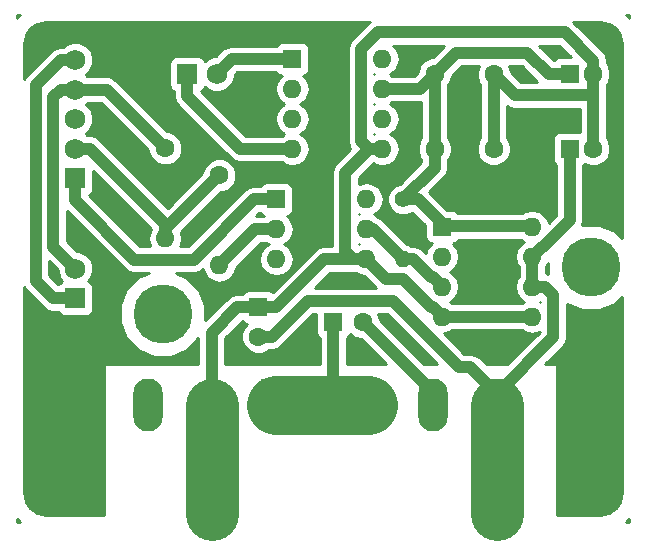
<source format=gbr>
G04 #@! TF.FileFunction,Copper,L2,Bot,Signal*
%FSLAX46Y46*%
G04 Gerber Fmt 4.6, Leading zero omitted, Abs format (unit mm)*
G04 Created by KiCad (PCBNEW 4.0.6) date 06/18/17 17:27:18*
%MOMM*%
%LPD*%
G01*
G04 APERTURE LIST*
%ADD10C,0.100000*%
%ADD11R,1.600000X1.600000*%
%ADD12O,1.600000X1.600000*%
%ADD13R,1.750000X1.750000*%
%ADD14C,1.750000*%
%ADD15C,1.600000*%
%ADD16C,5.000000*%
%ADD17R,2.500000X4.500000*%
%ADD18O,2.500000X4.500000*%
%ADD19C,1.400000*%
%ADD20O,1.400000X1.400000*%
%ADD21C,1.000000*%
%ADD22C,4.500000*%
%ADD23C,5.000000*%
%ADD24C,0.254000*%
G04 APERTURE END LIST*
D10*
D11*
X24715000Y41225000D03*
D12*
X32335000Y33605000D03*
X24715000Y38685000D03*
X32335000Y36145000D03*
X24715000Y36145000D03*
X32335000Y38685000D03*
X24715000Y33605000D03*
X32335000Y41225000D03*
D13*
X15825000Y39955000D03*
D14*
X18325000Y39955000D03*
D15*
X13970000Y33655000D03*
D12*
X13970000Y26035000D03*
D11*
X23368000Y29337000D03*
D12*
X30988000Y24257000D03*
X23368000Y26797000D03*
X30988000Y26797000D03*
X23368000Y24257000D03*
X30988000Y29337000D03*
D11*
X48210000Y39955000D03*
D15*
X50210000Y39955000D03*
D16*
X50000000Y23575000D03*
D13*
X6350000Y31115000D03*
D14*
X6350000Y33615000D03*
X6350000Y36115000D03*
X6350000Y38615000D03*
X6350000Y41115000D03*
D16*
X13730000Y19645000D03*
D15*
X36780000Y39955000D03*
X41780000Y39955000D03*
X36780000Y33605000D03*
X41780000Y33605000D03*
D11*
X48210000Y33605000D03*
D15*
X50210000Y33605000D03*
D11*
X21844000Y20193000D03*
D15*
X21844000Y17693000D03*
D11*
X28194000Y18923000D03*
D15*
X30694000Y18923000D03*
D17*
X23356000Y11895000D03*
D18*
X17906000Y11895000D03*
X12456000Y11895000D03*
D11*
X37400000Y27025000D03*
D12*
X45020000Y19405000D03*
X37400000Y24485000D03*
X45020000Y21945000D03*
X37400000Y21945000D03*
X45020000Y24485000D03*
X37400000Y19405000D03*
X45020000Y27025000D03*
D13*
X6350000Y20955000D03*
D14*
X6350000Y23455000D03*
D17*
X42040000Y11895000D03*
D18*
X36590000Y11895000D03*
X31140000Y11895000D03*
D15*
X18542000Y31369000D03*
D12*
X18542000Y23749000D03*
D19*
X34110000Y29345000D03*
D20*
X34110000Y24265000D03*
D21*
X37400000Y19405000D02*
X45020000Y19405000D01*
X30988000Y24257000D02*
X32680001Y22564999D01*
X32680001Y22564999D02*
X34115999Y22564999D01*
X34115999Y22564999D02*
X36475999Y20204999D01*
X36475999Y20204999D02*
X36600001Y20204999D01*
X36600001Y20204999D02*
X37400000Y19405000D01*
D22*
X17906000Y11895000D02*
X17906000Y2675000D01*
D21*
X27418036Y24257000D02*
X29856630Y24257000D01*
X23354036Y20193000D02*
X27418036Y24257000D01*
X21844000Y20193000D02*
X23354036Y20193000D01*
X17906000Y11895000D02*
X17906000Y18055000D01*
X17906000Y18055000D02*
X20044000Y20193000D01*
X20044000Y20193000D02*
X21844000Y20193000D01*
X32335000Y33605000D02*
X31203630Y33605000D01*
X31203630Y33605000D02*
X29187999Y31589369D01*
X29856630Y24257000D02*
X30988000Y24257000D01*
X29187999Y31589369D02*
X29187999Y24925631D01*
X29187999Y24925631D02*
X29856630Y24257000D01*
X43580001Y38154999D02*
X49220000Y38154999D01*
X49220000Y38154999D02*
X50119999Y38154999D01*
X50210000Y39955000D02*
X50210000Y38245000D01*
X50210000Y38245000D02*
X50210000Y33605000D01*
X41780000Y39955000D02*
X43580001Y38154999D01*
X50119999Y38154999D02*
X50210000Y38245000D01*
X41780000Y39955000D02*
X41780000Y33605000D01*
X47801370Y43495000D02*
X31940998Y43495000D01*
X31940998Y43495000D02*
X30534999Y42089001D01*
X30534999Y42089001D02*
X30534999Y34273631D01*
X30534999Y34273631D02*
X31203630Y33605000D01*
X50210000Y39955000D02*
X50210000Y41086370D01*
X50210000Y41086370D02*
X47801370Y43495000D01*
X50210000Y38823630D02*
X50210000Y39955000D01*
X50210000Y38554998D02*
X50210000Y38823630D01*
X50210000Y34736370D02*
X50210000Y33605000D01*
X50210000Y35005002D02*
X50210000Y34736370D01*
X13970000Y26035000D02*
X13970000Y26797000D01*
X13970000Y26797000D02*
X18542000Y31369000D01*
X6350000Y33615000D02*
X7587436Y33615000D01*
X7587436Y33615000D02*
X13970000Y27232436D01*
X13970000Y27232436D02*
X13970000Y27166370D01*
X13970000Y27166370D02*
X13970000Y26035000D01*
X15825000Y39955000D02*
X15825000Y38080000D01*
X15825000Y38080000D02*
X20300000Y33605000D01*
X20300000Y33605000D02*
X23583630Y33605000D01*
X23583630Y33605000D02*
X24715000Y33605000D01*
X37630000Y27055000D02*
X45250000Y27055000D01*
X34110000Y29345000D02*
X35340000Y29345000D01*
X35340000Y29345000D02*
X37630000Y27055000D01*
X36780000Y33605000D02*
X36780000Y32015000D01*
X36780000Y32015000D02*
X34110000Y29345000D01*
X36780000Y39955000D02*
X36780000Y33605000D01*
X36780000Y39955000D02*
X38580001Y41755001D01*
X46410000Y39955000D02*
X48210000Y39955000D01*
X38580001Y41755001D02*
X44609999Y41755001D01*
X44609999Y41755001D02*
X46410000Y39955000D01*
X36780000Y39955000D02*
X35510000Y38685000D01*
X35510000Y38685000D02*
X32335000Y38685000D01*
X48210000Y33605000D02*
X48210000Y27550998D01*
X48210000Y27550998D02*
X45944001Y25284999D01*
X45944001Y25284999D02*
X45819999Y25284999D01*
X45819999Y25284999D02*
X45020000Y24485000D01*
X45020000Y21945000D02*
X46151370Y21945000D01*
X46820001Y17675001D02*
X42040000Y12895000D01*
X46151370Y21945000D02*
X46820001Y21276369D01*
X46820001Y21276369D02*
X46820001Y17675001D01*
X42040000Y12895000D02*
X42040000Y11895000D01*
X45020000Y24485000D02*
X45020000Y21945000D01*
X33211999Y20723001D02*
X38790000Y15145000D01*
X38790000Y15145000D02*
X39790000Y15145000D01*
X39790000Y15145000D02*
X42040000Y12895000D01*
X26005371Y20723001D02*
X33211999Y20723001D01*
D22*
X42040000Y11895000D02*
X42040000Y2675000D01*
D21*
X21844000Y17693000D02*
X22975370Y17693000D01*
X22975370Y17693000D02*
X26005371Y20723001D01*
X34110000Y24265000D02*
X34955998Y24265000D01*
X34955998Y24265000D02*
X36475999Y22744999D01*
X36475999Y22744999D02*
X36600001Y22744999D01*
X36600001Y22744999D02*
X37400000Y21945000D01*
X30988000Y26797000D02*
X31578000Y26797000D01*
X31578000Y26797000D02*
X34110000Y24265000D01*
X2974988Y38977424D02*
X5112564Y41115000D01*
X6350000Y20955000D02*
X4474999Y20955001D01*
X4474999Y20955001D02*
X2974988Y22455012D01*
X2974988Y22455012D02*
X2974988Y38977424D01*
X5112564Y41115000D02*
X6350000Y41115000D01*
X4474999Y25330001D02*
X4474999Y37977435D01*
X5112564Y38615000D02*
X6350000Y38615000D01*
X6350000Y23455000D02*
X4474999Y25330001D01*
X4474999Y37977435D02*
X5112564Y38615000D01*
X13970000Y33655000D02*
X9010000Y38615000D01*
X9010000Y38615000D02*
X6350000Y38615000D01*
X6350000Y31115000D02*
X6350000Y29240000D01*
X6350000Y29240000D02*
X11355001Y24234999D01*
X11355001Y24234999D02*
X16363997Y24234999D01*
X21465998Y29337000D02*
X21568000Y29337000D01*
X16363997Y24234999D02*
X21465998Y29337000D01*
X21568000Y29337000D02*
X23368000Y29337000D01*
X18542000Y23749000D02*
X21590000Y26797000D01*
X21590000Y26797000D02*
X23368000Y26797000D01*
X18325000Y39955000D02*
X19595000Y41225000D01*
X19595000Y41225000D02*
X24715000Y41225000D01*
X28194000Y18923000D02*
X28194000Y13719000D01*
X28194000Y13719000D02*
X26370000Y11895000D01*
D23*
X23356000Y11895000D02*
X26370000Y11895000D01*
X26370000Y11895000D02*
X31140000Y11895000D01*
D21*
X36590000Y11895000D02*
X36590000Y13027000D01*
X36590000Y13027000D02*
X30694000Y18923000D01*
D24*
G36*
X53213000Y2032000D02*
X52950687Y2032000D01*
X52990506Y2058606D01*
X53186394Y2254494D01*
X53213000Y2294313D01*
X53213000Y2032000D01*
X53213000Y2032000D01*
G37*
X53213000Y2032000D02*
X52950687Y2032000D01*
X52990506Y2058606D01*
X53186394Y2254494D01*
X53213000Y2294313D01*
X53213000Y2032000D01*
G36*
X1423606Y2254494D02*
X1619494Y2058606D01*
X1659313Y2032000D01*
X1397000Y2032000D01*
X1397000Y2294313D01*
X1423606Y2254494D01*
X1423606Y2254494D01*
G37*
X1423606Y2254494D02*
X1619494Y2058606D01*
X1659313Y2032000D01*
X1397000Y2032000D01*
X1397000Y2294313D01*
X1423606Y2254494D01*
G36*
X10552435Y23432433D02*
X10920655Y23186396D01*
X11355001Y23099999D01*
X12593916Y23099999D01*
X11678154Y22721614D01*
X10656972Y21702213D01*
X10103631Y20369620D01*
X10102372Y18926710D01*
X10653386Y17593154D01*
X11672787Y16571972D01*
X13005380Y16018631D01*
X14448290Y16017372D01*
X15781846Y16568386D01*
X16771000Y17555815D01*
X16771000Y15367000D01*
X8890000Y15367000D01*
X8840590Y15356994D01*
X8798965Y15328553D01*
X8771685Y15286159D01*
X8763000Y15240000D01*
X8763000Y2615000D01*
X3879931Y2615000D01*
X3115011Y2767152D01*
X2525830Y3160830D01*
X2132152Y3750011D01*
X1980000Y4514931D01*
X1980000Y21940426D01*
X2142755Y21696846D01*
X2172422Y21652446D01*
X3672433Y20152435D01*
X4040652Y19906398D01*
X4474998Y19820001D01*
X4887721Y19820001D01*
X5010910Y19628559D01*
X5223110Y19483569D01*
X5475000Y19432560D01*
X7225000Y19432560D01*
X7460317Y19476838D01*
X7676441Y19615910D01*
X7821431Y19828110D01*
X7872440Y20080000D01*
X7872440Y21830000D01*
X7828162Y22065317D01*
X7689090Y22281441D01*
X7476890Y22426431D01*
X7460324Y22429786D01*
X7629370Y22598537D01*
X7859738Y23153325D01*
X7860262Y23754040D01*
X7630862Y24309229D01*
X7206463Y24734370D01*
X6651675Y24964738D01*
X6445214Y24964918D01*
X5609999Y25800133D01*
X5609999Y28374869D01*
X10552435Y23432433D01*
X10552435Y23432433D01*
G37*
X10552435Y23432433D02*
X10920655Y23186396D01*
X11355001Y23099999D01*
X12593916Y23099999D01*
X11678154Y22721614D01*
X10656972Y21702213D01*
X10103631Y20369620D01*
X10102372Y18926710D01*
X10653386Y17593154D01*
X11672787Y16571972D01*
X13005380Y16018631D01*
X14448290Y16017372D01*
X15781846Y16568386D01*
X16771000Y17555815D01*
X16771000Y15367000D01*
X8890000Y15367000D01*
X8840590Y15356994D01*
X8798965Y15328553D01*
X8771685Y15286159D01*
X8763000Y15240000D01*
X8763000Y2615000D01*
X3879931Y2615000D01*
X3115011Y2767152D01*
X2525830Y3160830D01*
X2132152Y3750011D01*
X1980000Y4514931D01*
X1980000Y21940426D01*
X2142755Y21696846D01*
X2172422Y21652446D01*
X3672433Y20152435D01*
X4040652Y19906398D01*
X4474998Y19820001D01*
X4887721Y19820001D01*
X5010910Y19628559D01*
X5223110Y19483569D01*
X5475000Y19432560D01*
X7225000Y19432560D01*
X7460317Y19476838D01*
X7676441Y19615910D01*
X7821431Y19828110D01*
X7872440Y20080000D01*
X7872440Y21830000D01*
X7828162Y22065317D01*
X7689090Y22281441D01*
X7476890Y22426431D01*
X7460324Y22429786D01*
X7629370Y22598537D01*
X7859738Y23153325D01*
X7860262Y23754040D01*
X7630862Y24309229D01*
X7206463Y24734370D01*
X6651675Y24964738D01*
X6445214Y24964918D01*
X5609999Y25800133D01*
X5609999Y28374869D01*
X10552435Y23432433D01*
G36*
X52630000Y4514931D02*
X52477848Y3750011D01*
X52084170Y3160830D01*
X51494989Y2767152D01*
X50730069Y2615000D01*
X47117000Y2615000D01*
X47117000Y15240000D01*
X47106994Y15289410D01*
X47078553Y15331035D01*
X47036159Y15358315D01*
X46990000Y15367000D01*
X46117132Y15367000D01*
X47622567Y16872435D01*
X47698740Y16986436D01*
X47868604Y17240655D01*
X47955001Y17675001D01*
X47955001Y20496900D01*
X49275380Y19948631D01*
X50718290Y19947372D01*
X52051846Y20498386D01*
X52630000Y21075532D01*
X52630000Y4514931D01*
X52630000Y4514931D01*
G37*
X52630000Y4514931D02*
X52477848Y3750011D01*
X52084170Y3160830D01*
X51494989Y2767152D01*
X50730069Y2615000D01*
X47117000Y2615000D01*
X47117000Y15240000D01*
X47106994Y15289410D01*
X47078553Y15331035D01*
X47036159Y15358315D01*
X46990000Y15367000D01*
X46117132Y15367000D01*
X47622567Y16872435D01*
X47698740Y16986436D01*
X47868604Y17240655D01*
X47955001Y17675001D01*
X47955001Y20496900D01*
X49275380Y19948631D01*
X50718290Y19947372D01*
X52051846Y20498386D01*
X52630000Y21075532D01*
X52630000Y4514931D01*
G36*
X26746560Y18123000D02*
X26790838Y17887683D01*
X26929910Y17671559D01*
X27059000Y17583356D01*
X27059000Y15367000D01*
X19041000Y15367000D01*
X19041000Y17584868D01*
X20508565Y19052433D01*
X20579910Y18941559D01*
X20792110Y18796569D01*
X20897041Y18775320D01*
X20628176Y18506923D01*
X20409250Y17979691D01*
X20408752Y17408813D01*
X20626757Y16881200D01*
X21030077Y16477176D01*
X21557309Y16258250D01*
X22128187Y16257752D01*
X22655800Y16475757D01*
X22738187Y16558000D01*
X22975370Y16558000D01*
X23409716Y16644397D01*
X23777936Y16890434D01*
X26475504Y19588001D01*
X26746560Y19588001D01*
X26746560Y18123000D01*
X26746560Y18123000D01*
G37*
X26746560Y18123000D02*
X26790838Y17887683D01*
X26929910Y17671559D01*
X27059000Y17583356D01*
X27059000Y15367000D01*
X19041000Y15367000D01*
X19041000Y17584868D01*
X20508565Y19052433D01*
X20579910Y18941559D01*
X20792110Y18796569D01*
X20897041Y18775320D01*
X20628176Y18506923D01*
X20409250Y17979691D01*
X20408752Y17408813D01*
X20626757Y16881200D01*
X21030077Y16477176D01*
X21557309Y16258250D01*
X22128187Y16257752D01*
X22655800Y16475757D01*
X22738187Y16558000D01*
X22975370Y16558000D01*
X23409716Y16644397D01*
X23777936Y16890434D01*
X26475504Y19588001D01*
X26746560Y19588001D01*
X26746560Y18123000D01*
G36*
X29880077Y17707176D02*
X30407309Y17488250D01*
X30523720Y17488148D01*
X32644868Y15367000D01*
X29329000Y15367000D01*
X29329000Y17583982D01*
X29445441Y17658910D01*
X29590431Y17871110D01*
X29611680Y17976041D01*
X29880077Y17707176D01*
X29880077Y17707176D01*
G37*
X29880077Y17707176D02*
X30407309Y17488250D01*
X30523720Y17488148D01*
X32644868Y15367000D01*
X29329000Y15367000D01*
X29329000Y17583982D01*
X29445441Y17658910D01*
X29590431Y17871110D01*
X29611680Y17976041D01*
X29880077Y17707176D01*
G36*
X36962868Y15367000D02*
X35855132Y15367000D01*
X32129148Y19092984D01*
X32129248Y19207187D01*
X31971899Y19588001D01*
X32741867Y19588001D01*
X36962868Y15367000D01*
X36962868Y15367000D01*
G37*
X36962868Y15367000D02*
X35855132Y15367000D01*
X32129148Y19092984D01*
X32129248Y19207187D01*
X31971899Y19588001D01*
X32741867Y19588001D01*
X36962868Y15367000D01*
G36*
X44442736Y18079233D02*
X44991887Y17970000D01*
X45048113Y17970000D01*
X45597264Y18079233D01*
X45663074Y18123206D01*
X42906868Y15367000D01*
X41173133Y15367000D01*
X40592566Y15947566D01*
X40486210Y16018631D01*
X40224346Y16193603D01*
X39790000Y16280000D01*
X39260132Y16280000D01*
X37546570Y17993562D01*
X37977264Y18079233D01*
X38262767Y18270000D01*
X44157233Y18270000D01*
X44442736Y18079233D01*
X44442736Y18079233D01*
G37*
X44442736Y18079233D02*
X44991887Y17970000D01*
X45048113Y17970000D01*
X45597264Y18079233D01*
X45663074Y18123206D01*
X42906868Y15367000D01*
X41173133Y15367000D01*
X40592566Y15947566D01*
X40486210Y16018631D01*
X40224346Y16193603D01*
X39790000Y16280000D01*
X39260132Y16280000D01*
X37546570Y17993562D01*
X37977264Y18079233D01*
X38262767Y18270000D01*
X44157233Y18270000D01*
X44442736Y18079233D01*
G36*
X31138432Y44297566D02*
X29732433Y42891567D01*
X29486396Y42523347D01*
X29399999Y42089001D01*
X29399999Y34273631D01*
X29486396Y33839285D01*
X29625139Y33631641D01*
X28385433Y32391935D01*
X28139396Y32023715D01*
X28052999Y31589369D01*
X28052999Y25392000D01*
X27418036Y25392000D01*
X26983690Y25305603D01*
X26680294Y25102880D01*
X26615470Y25059566D01*
X23044081Y21488177D01*
X22895890Y21589431D01*
X22644000Y21640440D01*
X21044000Y21640440D01*
X20808683Y21596162D01*
X20592559Y21457090D01*
X20504356Y21328000D01*
X20044000Y21328000D01*
X19609655Y21241604D01*
X19241434Y20995566D01*
X17356535Y19110667D01*
X17357628Y20363290D01*
X16806614Y21696846D01*
X15787213Y22718028D01*
X14867325Y23099999D01*
X16363997Y23099999D01*
X16798343Y23186396D01*
X17164634Y23431144D01*
X17216233Y23171736D01*
X17527302Y22706189D01*
X17992849Y22395120D01*
X18542000Y22285887D01*
X19091151Y22395120D01*
X19556698Y22706189D01*
X19867767Y23171736D01*
X19941736Y23543604D01*
X22060132Y25662000D01*
X22505233Y25662000D01*
X22707275Y25527000D01*
X22325189Y25271698D01*
X22014120Y24806151D01*
X21904887Y24257000D01*
X22014120Y23707849D01*
X22325189Y23242302D01*
X22790736Y22931233D01*
X23339887Y22822000D01*
X23396113Y22822000D01*
X23945264Y22931233D01*
X24410811Y23242302D01*
X24721880Y23707849D01*
X24831113Y24257000D01*
X24721880Y24806151D01*
X24410811Y25271698D01*
X24028725Y25527000D01*
X24410811Y25782302D01*
X24721880Y26247849D01*
X24831113Y26797000D01*
X24721880Y27346151D01*
X24410811Y27811698D01*
X24266535Y27908101D01*
X24403317Y27933838D01*
X24619441Y28072910D01*
X24764431Y28285110D01*
X24815440Y28537000D01*
X24815440Y30137000D01*
X24771162Y30372317D01*
X24632090Y30588441D01*
X24419890Y30733431D01*
X24168000Y30784440D01*
X22568000Y30784440D01*
X22332683Y30740162D01*
X22116559Y30601090D01*
X22028356Y30472000D01*
X21465998Y30472000D01*
X21031652Y30385603D01*
X20813742Y30240000D01*
X20663432Y30139566D01*
X15893865Y25369999D01*
X15237143Y25369999D01*
X15295767Y25457736D01*
X15405000Y26006887D01*
X15405000Y26063113D01*
X15311467Y26533335D01*
X18711984Y29933852D01*
X18826187Y29933752D01*
X19353800Y30151757D01*
X19757824Y30555077D01*
X19976750Y31082309D01*
X19977248Y31653187D01*
X19759243Y32180800D01*
X19355923Y32584824D01*
X18828691Y32803750D01*
X18257813Y32804248D01*
X17730200Y32586243D01*
X17326176Y32182923D01*
X17107250Y31655691D01*
X17107148Y31539280D01*
X14187718Y28619850D01*
X8390002Y34417566D01*
X8312683Y34469229D01*
X8021782Y34663603D01*
X7587436Y34750000D01*
X7350581Y34750000D01*
X7235464Y34865318D01*
X7629370Y35258537D01*
X7859738Y35813325D01*
X7860262Y36414040D01*
X7630862Y36969229D01*
X7235464Y37365318D01*
X7350346Y37480000D01*
X8539868Y37480000D01*
X12534852Y33485016D01*
X12534752Y33370813D01*
X12752757Y32843200D01*
X13156077Y32439176D01*
X13683309Y32220250D01*
X14254187Y32219752D01*
X14781800Y32437757D01*
X15185824Y32841077D01*
X15404750Y33368309D01*
X15405248Y33939187D01*
X15187243Y34466800D01*
X14783923Y34870824D01*
X14256691Y35089750D01*
X14140280Y35089852D01*
X9812566Y39417566D01*
X9735247Y39469229D01*
X9444346Y39663603D01*
X9010000Y39750000D01*
X7350581Y39750000D01*
X7235464Y39865318D01*
X7629370Y40258537D01*
X7859738Y40813325D01*
X7859752Y40830000D01*
X14302560Y40830000D01*
X14302560Y39080000D01*
X14346838Y38844683D01*
X14485910Y38628559D01*
X14690000Y38489110D01*
X14690000Y38080000D01*
X14776397Y37645654D01*
X15011976Y37293086D01*
X15022434Y37277434D01*
X19497434Y32802434D01*
X19865655Y32556396D01*
X20300000Y32470000D01*
X23852233Y32470000D01*
X24137736Y32279233D01*
X24686887Y32170000D01*
X24743113Y32170000D01*
X25292264Y32279233D01*
X25757811Y32590302D01*
X26068880Y33055849D01*
X26178113Y33605000D01*
X26068880Y34154151D01*
X25757811Y34619698D01*
X25375725Y34875000D01*
X25507080Y34962769D01*
X25570134Y34992611D01*
X25598338Y35023745D01*
X25757811Y35130302D01*
X25934758Y35395122D01*
X25946041Y35407577D01*
X25950869Y35419233D01*
X26068880Y35595849D01*
X26178113Y36145000D01*
X26068880Y36694151D01*
X25950869Y36870767D01*
X25946041Y36882423D01*
X25934758Y36894878D01*
X25757811Y37159698D01*
X25598338Y37266255D01*
X25570134Y37297389D01*
X25507080Y37327231D01*
X25375725Y37415000D01*
X25507080Y37502769D01*
X25570134Y37532611D01*
X25598338Y37563745D01*
X25757811Y37670302D01*
X25934758Y37935122D01*
X25946041Y37947577D01*
X25950869Y37959233D01*
X26068880Y38135849D01*
X26178113Y38685000D01*
X26068880Y39234151D01*
X25950869Y39410767D01*
X25946041Y39422423D01*
X25934758Y39434878D01*
X25757811Y39699698D01*
X25613535Y39796101D01*
X25750317Y39821838D01*
X25966441Y39960910D01*
X26111431Y40173110D01*
X26162440Y40425000D01*
X26162440Y42025000D01*
X26118162Y42260317D01*
X25979090Y42476441D01*
X25766890Y42621431D01*
X25515000Y42672440D01*
X23915000Y42672440D01*
X23679683Y42628162D01*
X23463559Y42489090D01*
X23375356Y42360000D01*
X19595000Y42360000D01*
X19160654Y42273603D01*
X19034555Y42189346D01*
X18792434Y42027566D01*
X18229952Y41465084D01*
X18025960Y41465262D01*
X17470771Y41235862D01*
X17301897Y41067283D01*
X17164090Y41281441D01*
X16951890Y41426431D01*
X16700000Y41477440D01*
X14950000Y41477440D01*
X14714683Y41433162D01*
X14498559Y41294090D01*
X14353569Y41081890D01*
X14302560Y40830000D01*
X7859752Y40830000D01*
X7860262Y41414040D01*
X7630862Y41969229D01*
X7206463Y42394370D01*
X6651675Y42624738D01*
X6050960Y42625262D01*
X5495771Y42395862D01*
X5349654Y42250000D01*
X5112564Y42250000D01*
X4678218Y42163603D01*
X4387317Y41969229D01*
X4309998Y41917566D01*
X2172422Y39779990D01*
X1980000Y39492010D01*
X1980000Y42475069D01*
X2132152Y43239989D01*
X2525830Y43829170D01*
X3115011Y44222848D01*
X3879931Y44375000D01*
X31254320Y44375000D01*
X31138432Y44297566D01*
X31138432Y44297566D01*
G37*
X31138432Y44297566D02*
X29732433Y42891567D01*
X29486396Y42523347D01*
X29399999Y42089001D01*
X29399999Y34273631D01*
X29486396Y33839285D01*
X29625139Y33631641D01*
X28385433Y32391935D01*
X28139396Y32023715D01*
X28052999Y31589369D01*
X28052999Y25392000D01*
X27418036Y25392000D01*
X26983690Y25305603D01*
X26680294Y25102880D01*
X26615470Y25059566D01*
X23044081Y21488177D01*
X22895890Y21589431D01*
X22644000Y21640440D01*
X21044000Y21640440D01*
X20808683Y21596162D01*
X20592559Y21457090D01*
X20504356Y21328000D01*
X20044000Y21328000D01*
X19609655Y21241604D01*
X19241434Y20995566D01*
X17356535Y19110667D01*
X17357628Y20363290D01*
X16806614Y21696846D01*
X15787213Y22718028D01*
X14867325Y23099999D01*
X16363997Y23099999D01*
X16798343Y23186396D01*
X17164634Y23431144D01*
X17216233Y23171736D01*
X17527302Y22706189D01*
X17992849Y22395120D01*
X18542000Y22285887D01*
X19091151Y22395120D01*
X19556698Y22706189D01*
X19867767Y23171736D01*
X19941736Y23543604D01*
X22060132Y25662000D01*
X22505233Y25662000D01*
X22707275Y25527000D01*
X22325189Y25271698D01*
X22014120Y24806151D01*
X21904887Y24257000D01*
X22014120Y23707849D01*
X22325189Y23242302D01*
X22790736Y22931233D01*
X23339887Y22822000D01*
X23396113Y22822000D01*
X23945264Y22931233D01*
X24410811Y23242302D01*
X24721880Y23707849D01*
X24831113Y24257000D01*
X24721880Y24806151D01*
X24410811Y25271698D01*
X24028725Y25527000D01*
X24410811Y25782302D01*
X24721880Y26247849D01*
X24831113Y26797000D01*
X24721880Y27346151D01*
X24410811Y27811698D01*
X24266535Y27908101D01*
X24403317Y27933838D01*
X24619441Y28072910D01*
X24764431Y28285110D01*
X24815440Y28537000D01*
X24815440Y30137000D01*
X24771162Y30372317D01*
X24632090Y30588441D01*
X24419890Y30733431D01*
X24168000Y30784440D01*
X22568000Y30784440D01*
X22332683Y30740162D01*
X22116559Y30601090D01*
X22028356Y30472000D01*
X21465998Y30472000D01*
X21031652Y30385603D01*
X20813742Y30240000D01*
X20663432Y30139566D01*
X15893865Y25369999D01*
X15237143Y25369999D01*
X15295767Y25457736D01*
X15405000Y26006887D01*
X15405000Y26063113D01*
X15311467Y26533335D01*
X18711984Y29933852D01*
X18826187Y29933752D01*
X19353800Y30151757D01*
X19757824Y30555077D01*
X19976750Y31082309D01*
X19977248Y31653187D01*
X19759243Y32180800D01*
X19355923Y32584824D01*
X18828691Y32803750D01*
X18257813Y32804248D01*
X17730200Y32586243D01*
X17326176Y32182923D01*
X17107250Y31655691D01*
X17107148Y31539280D01*
X14187718Y28619850D01*
X8390002Y34417566D01*
X8312683Y34469229D01*
X8021782Y34663603D01*
X7587436Y34750000D01*
X7350581Y34750000D01*
X7235464Y34865318D01*
X7629370Y35258537D01*
X7859738Y35813325D01*
X7860262Y36414040D01*
X7630862Y36969229D01*
X7235464Y37365318D01*
X7350346Y37480000D01*
X8539868Y37480000D01*
X12534852Y33485016D01*
X12534752Y33370813D01*
X12752757Y32843200D01*
X13156077Y32439176D01*
X13683309Y32220250D01*
X14254187Y32219752D01*
X14781800Y32437757D01*
X15185824Y32841077D01*
X15404750Y33368309D01*
X15405248Y33939187D01*
X15187243Y34466800D01*
X14783923Y34870824D01*
X14256691Y35089750D01*
X14140280Y35089852D01*
X9812566Y39417566D01*
X9735247Y39469229D01*
X9444346Y39663603D01*
X9010000Y39750000D01*
X7350581Y39750000D01*
X7235464Y39865318D01*
X7629370Y40258537D01*
X7859738Y40813325D01*
X7859752Y40830000D01*
X14302560Y40830000D01*
X14302560Y39080000D01*
X14346838Y38844683D01*
X14485910Y38628559D01*
X14690000Y38489110D01*
X14690000Y38080000D01*
X14776397Y37645654D01*
X15011976Y37293086D01*
X15022434Y37277434D01*
X19497434Y32802434D01*
X19865655Y32556396D01*
X20300000Y32470000D01*
X23852233Y32470000D01*
X24137736Y32279233D01*
X24686887Y32170000D01*
X24743113Y32170000D01*
X25292264Y32279233D01*
X25757811Y32590302D01*
X26068880Y33055849D01*
X26178113Y33605000D01*
X26068880Y34154151D01*
X25757811Y34619698D01*
X25375725Y34875000D01*
X25507080Y34962769D01*
X25570134Y34992611D01*
X25598338Y35023745D01*
X25757811Y35130302D01*
X25934758Y35395122D01*
X25946041Y35407577D01*
X25950869Y35419233D01*
X26068880Y35595849D01*
X26178113Y36145000D01*
X26068880Y36694151D01*
X25950869Y36870767D01*
X25946041Y36882423D01*
X25934758Y36894878D01*
X25757811Y37159698D01*
X25598338Y37266255D01*
X25570134Y37297389D01*
X25507080Y37327231D01*
X25375725Y37415000D01*
X25507080Y37502769D01*
X25570134Y37532611D01*
X25598338Y37563745D01*
X25757811Y37670302D01*
X25934758Y37935122D01*
X25946041Y37947577D01*
X25950869Y37959233D01*
X26068880Y38135849D01*
X26178113Y38685000D01*
X26068880Y39234151D01*
X25950869Y39410767D01*
X25946041Y39422423D01*
X25934758Y39434878D01*
X25757811Y39699698D01*
X25613535Y39796101D01*
X25750317Y39821838D01*
X25966441Y39960910D01*
X26111431Y40173110D01*
X26162440Y40425000D01*
X26162440Y42025000D01*
X26118162Y42260317D01*
X25979090Y42476441D01*
X25766890Y42621431D01*
X25515000Y42672440D01*
X23915000Y42672440D01*
X23679683Y42628162D01*
X23463559Y42489090D01*
X23375356Y42360000D01*
X19595000Y42360000D01*
X19160654Y42273603D01*
X19034555Y42189346D01*
X18792434Y42027566D01*
X18229952Y41465084D01*
X18025960Y41465262D01*
X17470771Y41235862D01*
X17301897Y41067283D01*
X17164090Y41281441D01*
X16951890Y41426431D01*
X16700000Y41477440D01*
X14950000Y41477440D01*
X14714683Y41433162D01*
X14498559Y41294090D01*
X14353569Y41081890D01*
X14302560Y40830000D01*
X7859752Y40830000D01*
X7860262Y41414040D01*
X7630862Y41969229D01*
X7206463Y42394370D01*
X6651675Y42624738D01*
X6050960Y42625262D01*
X5495771Y42395862D01*
X5349654Y42250000D01*
X5112564Y42250000D01*
X4678218Y42163603D01*
X4387317Y41969229D01*
X4309998Y41917566D01*
X2172422Y39779990D01*
X1980000Y39492010D01*
X1980000Y42475069D01*
X2132152Y43239989D01*
X2525830Y43829170D01*
X3115011Y44222848D01*
X3879931Y44375000D01*
X31254320Y44375000D01*
X31138432Y44297566D01*
G36*
X23450910Y39973559D02*
X23663110Y39828569D01*
X23818089Y39797185D01*
X23672189Y39699698D01*
X23495242Y39434878D01*
X23483959Y39422423D01*
X23479131Y39410767D01*
X23361120Y39234151D01*
X23251887Y38685000D01*
X23361120Y38135849D01*
X23479131Y37959233D01*
X23483959Y37947577D01*
X23495242Y37935122D01*
X23672189Y37670302D01*
X23831662Y37563745D01*
X23859866Y37532611D01*
X23922920Y37502769D01*
X24054275Y37415000D01*
X23922920Y37327231D01*
X23859866Y37297389D01*
X23831662Y37266255D01*
X23672189Y37159698D01*
X23495242Y36894878D01*
X23483959Y36882423D01*
X23479131Y36870767D01*
X23361120Y36694151D01*
X23251887Y36145000D01*
X23361120Y35595849D01*
X23479131Y35419233D01*
X23483959Y35407577D01*
X23495242Y35395122D01*
X23672189Y35130302D01*
X23831662Y35023745D01*
X23859866Y34992611D01*
X23922920Y34962769D01*
X24054275Y34875000D01*
X23852233Y34740000D01*
X20770132Y34740000D01*
X16994932Y38515200D01*
X17151441Y38615910D01*
X17296431Y38828110D01*
X17299786Y38844676D01*
X17468537Y38675630D01*
X18023325Y38445262D01*
X18624040Y38444738D01*
X19179229Y38674138D01*
X19604370Y39098537D01*
X19834738Y39653325D01*
X19834918Y39859786D01*
X20065132Y40090000D01*
X23375982Y40090000D01*
X23450910Y39973559D01*
X23450910Y39973559D01*
G37*
X23450910Y39973559D02*
X23663110Y39828569D01*
X23818089Y39797185D01*
X23672189Y39699698D01*
X23495242Y39434878D01*
X23483959Y39422423D01*
X23479131Y39410767D01*
X23361120Y39234151D01*
X23251887Y38685000D01*
X23361120Y38135849D01*
X23479131Y37959233D01*
X23483959Y37947577D01*
X23495242Y37935122D01*
X23672189Y37670302D01*
X23831662Y37563745D01*
X23859866Y37532611D01*
X23922920Y37502769D01*
X24054275Y37415000D01*
X23922920Y37327231D01*
X23859866Y37297389D01*
X23831662Y37266255D01*
X23672189Y37159698D01*
X23495242Y36894878D01*
X23483959Y36882423D01*
X23479131Y36870767D01*
X23361120Y36694151D01*
X23251887Y36145000D01*
X23361120Y35595849D01*
X23479131Y35419233D01*
X23483959Y35407577D01*
X23495242Y35395122D01*
X23672189Y35130302D01*
X23831662Y35023745D01*
X23859866Y34992611D01*
X23922920Y34962769D01*
X24054275Y34875000D01*
X23852233Y34740000D01*
X20770132Y34740000D01*
X16994932Y38515200D01*
X17151441Y38615910D01*
X17296431Y38828110D01*
X17299786Y38844676D01*
X17468537Y38675630D01*
X18023325Y38445262D01*
X18624040Y38444738D01*
X19179229Y38674138D01*
X19604370Y39098537D01*
X19834738Y39653325D01*
X19834918Y39859786D01*
X20065132Y40090000D01*
X23375982Y40090000D01*
X23450910Y39973559D01*
G36*
X44359275Y25755000D02*
X43977189Y25499698D01*
X43666120Y25034151D01*
X43556887Y24485000D01*
X43666120Y23935849D01*
X43885000Y23608272D01*
X43885000Y22821728D01*
X43666120Y22494151D01*
X43556887Y21945000D01*
X43666120Y21395849D01*
X43977189Y20930302D01*
X44359275Y20675000D01*
X44157233Y20540000D01*
X38262767Y20540000D01*
X38060725Y20675000D01*
X38442811Y20930302D01*
X38753880Y21395849D01*
X38863113Y21945000D01*
X38753880Y22494151D01*
X38442811Y22959698D01*
X38060725Y23215000D01*
X38442811Y23470302D01*
X38753880Y23935849D01*
X38863113Y24485000D01*
X38753880Y25034151D01*
X38442811Y25499698D01*
X38298535Y25596101D01*
X38435317Y25621838D01*
X38651441Y25760910D01*
X38760143Y25920000D01*
X44112335Y25920000D01*
X44359275Y25755000D01*
X44359275Y25755000D01*
G37*
X44359275Y25755000D02*
X43977189Y25499698D01*
X43666120Y25034151D01*
X43556887Y24485000D01*
X43666120Y23935849D01*
X43885000Y23608272D01*
X43885000Y22821728D01*
X43666120Y22494151D01*
X43556887Y21945000D01*
X43666120Y21395849D01*
X43977189Y20930302D01*
X44359275Y20675000D01*
X44157233Y20540000D01*
X38262767Y20540000D01*
X38060725Y20675000D01*
X38442811Y20930302D01*
X38753880Y21395849D01*
X38863113Y21945000D01*
X38753880Y22494151D01*
X38442811Y22959698D01*
X38060725Y23215000D01*
X38442811Y23470302D01*
X38753880Y23935849D01*
X38863113Y24485000D01*
X38753880Y25034151D01*
X38442811Y25499698D01*
X38298535Y25596101D01*
X38435317Y25621838D01*
X38651441Y25760910D01*
X38760143Y25920000D01*
X44112335Y25920000D01*
X44359275Y25755000D01*
G36*
X45685001Y20672143D02*
X45680725Y20675000D01*
X45685001Y20677857D01*
X45685001Y20672143D01*
X45685001Y20672143D01*
G37*
X45685001Y20672143D02*
X45680725Y20675000D01*
X45685001Y20677857D01*
X45685001Y20672143D01*
G36*
X30410736Y22931233D02*
X30782604Y22857264D01*
X31781867Y21858001D01*
X26624169Y21858001D01*
X27888168Y23122000D01*
X30125233Y23122000D01*
X30410736Y22931233D01*
X30410736Y22931233D01*
G37*
X30410736Y22931233D02*
X30782604Y22857264D01*
X31781867Y21858001D01*
X26624169Y21858001D01*
X27888168Y23122000D01*
X30125233Y23122000D01*
X30410736Y22931233D01*
G36*
X4839916Y23359952D02*
X4839738Y23155960D01*
X5069138Y22600771D01*
X5237717Y22431897D01*
X5023559Y22294090D01*
X4908880Y22126252D01*
X4109988Y22925144D01*
X4109988Y24089880D01*
X4839916Y23359952D01*
X4839916Y23359952D01*
G37*
X4839916Y23359952D02*
X4839738Y23155960D01*
X5069138Y22600771D01*
X5237717Y22431897D01*
X5023559Y22294090D01*
X4908880Y22126252D01*
X4109988Y22925144D01*
X4109988Y24089880D01*
X4839916Y23359952D01*
G36*
X46372528Y23036009D02*
X46155000Y23079278D01*
X46155000Y23608272D01*
X46373313Y23935000D01*
X46372528Y23036009D01*
X46372528Y23036009D01*
G37*
X46372528Y23036009D02*
X46155000Y23079278D01*
X46155000Y23608272D01*
X46373313Y23935000D01*
X46372528Y23036009D01*
G36*
X35645000Y34499606D02*
X35564176Y34418923D01*
X35345250Y33891691D01*
X35344752Y33320813D01*
X35562757Y32793200D01*
X35645000Y32710813D01*
X35645000Y32485132D01*
X33836214Y30676346D01*
X33354771Y30477418D01*
X32978902Y30102204D01*
X32775232Y29611713D01*
X32774769Y29080617D01*
X32977582Y28589771D01*
X33352796Y28213902D01*
X33843287Y28010232D01*
X34374383Y28009769D01*
X34858980Y28210000D01*
X34869868Y28210000D01*
X35952560Y27127308D01*
X35952560Y26225000D01*
X35996838Y25989683D01*
X36135910Y25773559D01*
X36348110Y25628569D01*
X36503089Y25597185D01*
X36357189Y25499698D01*
X36046120Y25034151D01*
X36003955Y24822175D01*
X35758564Y25067566D01*
X35542234Y25212113D01*
X35390344Y25313603D01*
X34955998Y25400000D01*
X34807260Y25400000D01*
X34620882Y25524533D01*
X34414559Y25565573D01*
X32380566Y27599566D01*
X32378845Y27600716D01*
X32012346Y27845603D01*
X31966387Y27854745D01*
X31648725Y28067000D01*
X32030811Y28322302D01*
X32341880Y28787849D01*
X32451113Y29337000D01*
X32341880Y29886151D01*
X32030811Y30351698D01*
X31565264Y30662767D01*
X31016113Y30772000D01*
X30959887Y30772000D01*
X30410736Y30662767D01*
X30322999Y30604143D01*
X30322999Y31119237D01*
X31593041Y32389279D01*
X31757736Y32279233D01*
X32306887Y32170000D01*
X32363113Y32170000D01*
X32912264Y32279233D01*
X33377811Y32590302D01*
X33688880Y33055849D01*
X33798113Y33605000D01*
X33688880Y34154151D01*
X33377811Y34619698D01*
X32995725Y34875000D01*
X33127080Y34962769D01*
X33190134Y34992611D01*
X33218338Y35023745D01*
X33377811Y35130302D01*
X33554758Y35395122D01*
X33566041Y35407577D01*
X33570869Y35419233D01*
X33688880Y35595849D01*
X33798113Y36145000D01*
X33688880Y36694151D01*
X33570869Y36870767D01*
X33566041Y36882423D01*
X33554758Y36894878D01*
X33377811Y37159698D01*
X33218338Y37266255D01*
X33190134Y37297389D01*
X33127080Y37327231D01*
X32995725Y37415000D01*
X33197767Y37550000D01*
X35510000Y37550000D01*
X35645000Y37576853D01*
X35645000Y34499606D01*
X35645000Y34499606D01*
G37*
X35645000Y34499606D02*
X35564176Y34418923D01*
X35345250Y33891691D01*
X35344752Y33320813D01*
X35562757Y32793200D01*
X35645000Y32710813D01*
X35645000Y32485132D01*
X33836214Y30676346D01*
X33354771Y30477418D01*
X32978902Y30102204D01*
X32775232Y29611713D01*
X32774769Y29080617D01*
X32977582Y28589771D01*
X33352796Y28213902D01*
X33843287Y28010232D01*
X34374383Y28009769D01*
X34858980Y28210000D01*
X34869868Y28210000D01*
X35952560Y27127308D01*
X35952560Y26225000D01*
X35996838Y25989683D01*
X36135910Y25773559D01*
X36348110Y25628569D01*
X36503089Y25597185D01*
X36357189Y25499698D01*
X36046120Y25034151D01*
X36003955Y24822175D01*
X35758564Y25067566D01*
X35542234Y25212113D01*
X35390344Y25313603D01*
X34955998Y25400000D01*
X34807260Y25400000D01*
X34620882Y25524533D01*
X34414559Y25565573D01*
X32380566Y27599566D01*
X32378845Y27600716D01*
X32012346Y27845603D01*
X31966387Y27854745D01*
X31648725Y28067000D01*
X32030811Y28322302D01*
X32341880Y28787849D01*
X32451113Y29337000D01*
X32341880Y29886151D01*
X32030811Y30351698D01*
X31565264Y30662767D01*
X31016113Y30772000D01*
X30959887Y30772000D01*
X30410736Y30662767D01*
X30322999Y30604143D01*
X30322999Y31119237D01*
X31593041Y32389279D01*
X31757736Y32279233D01*
X32306887Y32170000D01*
X32363113Y32170000D01*
X32912264Y32279233D01*
X33377811Y32590302D01*
X33688880Y33055849D01*
X33798113Y33605000D01*
X33688880Y34154151D01*
X33377811Y34619698D01*
X32995725Y34875000D01*
X33127080Y34962769D01*
X33190134Y34992611D01*
X33218338Y35023745D01*
X33377811Y35130302D01*
X33554758Y35395122D01*
X33566041Y35407577D01*
X33570869Y35419233D01*
X33688880Y35595849D01*
X33798113Y36145000D01*
X33688880Y36694151D01*
X33570869Y36870767D01*
X33566041Y36882423D01*
X33554758Y36894878D01*
X33377811Y37159698D01*
X33218338Y37266255D01*
X33190134Y37297389D01*
X33127080Y37327231D01*
X32995725Y37415000D01*
X33197767Y37550000D01*
X35510000Y37550000D01*
X35645000Y37576853D01*
X35645000Y34499606D01*
G36*
X12780741Y26816563D02*
X12644233Y26612264D01*
X12535000Y26063113D01*
X12535000Y26006887D01*
X12644233Y25457736D01*
X12702857Y25369999D01*
X11825133Y25369999D01*
X7519932Y29675200D01*
X7676441Y29775910D01*
X7821431Y29988110D01*
X7872440Y30240000D01*
X7872440Y31724864D01*
X12780741Y26816563D01*
X12780741Y26816563D01*
G37*
X12780741Y26816563D02*
X12644233Y26612264D01*
X12535000Y26063113D01*
X12535000Y26006887D01*
X12644233Y25457736D01*
X12702857Y25369999D01*
X11825133Y25369999D01*
X7519932Y29675200D01*
X7676441Y29775910D01*
X7821431Y29988110D01*
X7872440Y30240000D01*
X7872440Y31724864D01*
X12780741Y26816563D01*
G36*
X30327275Y25527000D02*
X30322999Y25524143D01*
X30322999Y25529857D01*
X30327275Y25527000D01*
X30327275Y25527000D01*
G37*
X30327275Y25527000D02*
X30322999Y25524143D01*
X30322999Y25529857D01*
X30327275Y25527000D01*
G36*
X51494989Y44222848D02*
X52084170Y43829170D01*
X52477848Y43239989D01*
X52630000Y42475069D01*
X52630000Y26074240D01*
X52057213Y26648028D01*
X50724620Y27201369D01*
X49281710Y27202628D01*
X49275168Y27199925D01*
X49345000Y27550998D01*
X49345000Y32265982D01*
X49461441Y32340910D01*
X49472685Y32357366D01*
X49923309Y32170250D01*
X50494187Y32169752D01*
X51021800Y32387757D01*
X51425824Y32791077D01*
X51644750Y33318309D01*
X51645248Y33889187D01*
X51427243Y34416800D01*
X51345000Y34499187D01*
X51345000Y39060394D01*
X51425824Y39141077D01*
X51644750Y39668309D01*
X51645248Y40239187D01*
X51427243Y40766800D01*
X51345000Y40849187D01*
X51345000Y41086370D01*
X51258603Y41520716D01*
X51012566Y41888936D01*
X48603936Y44297566D01*
X48488048Y44375000D01*
X50730069Y44375000D01*
X51494989Y44222848D01*
X51494989Y44222848D01*
G37*
X51494989Y44222848D02*
X52084170Y43829170D01*
X52477848Y43239989D01*
X52630000Y42475069D01*
X52630000Y26074240D01*
X52057213Y26648028D01*
X50724620Y27201369D01*
X49281710Y27202628D01*
X49275168Y27199925D01*
X49345000Y27550998D01*
X49345000Y32265982D01*
X49461441Y32340910D01*
X49472685Y32357366D01*
X49923309Y32170250D01*
X50494187Y32169752D01*
X51021800Y32387757D01*
X51425824Y32791077D01*
X51644750Y33318309D01*
X51645248Y33889187D01*
X51427243Y34416800D01*
X51345000Y34499187D01*
X51345000Y39060394D01*
X51425824Y39141077D01*
X51644750Y39668309D01*
X51645248Y40239187D01*
X51427243Y40766800D01*
X51345000Y40849187D01*
X51345000Y41086370D01*
X51258603Y41520716D01*
X51012566Y41888936D01*
X48603936Y44297566D01*
X48488048Y44375000D01*
X50730069Y44375000D01*
X51494989Y44222848D01*
G36*
X40345250Y40241691D02*
X40344752Y39670813D01*
X40562757Y39143200D01*
X40645000Y39060813D01*
X40645000Y34499606D01*
X40564176Y34418923D01*
X40345250Y33891691D01*
X40344752Y33320813D01*
X40562757Y32793200D01*
X40966077Y32389176D01*
X41493309Y32170250D01*
X42064187Y32169752D01*
X42591800Y32387757D01*
X42995824Y32791077D01*
X43214750Y33318309D01*
X43215248Y33889187D01*
X42997243Y34416800D01*
X42915000Y34499187D01*
X42915000Y37260515D01*
X43145655Y37106396D01*
X43580001Y37019999D01*
X49075000Y37019999D01*
X49075000Y35039277D01*
X49010000Y35052440D01*
X47410000Y35052440D01*
X47174683Y35008162D01*
X46958559Y34869090D01*
X46813569Y34656890D01*
X46762560Y34405000D01*
X46762560Y32805000D01*
X46806838Y32569683D01*
X46945910Y32353559D01*
X47075000Y32265356D01*
X47075000Y28021131D01*
X46416045Y27362175D01*
X46373880Y27574151D01*
X46062811Y28039698D01*
X45597264Y28350767D01*
X45048113Y28460000D01*
X44991887Y28460000D01*
X44442736Y28350767D01*
X44202132Y28190000D01*
X38719713Y28190000D01*
X38664090Y28276441D01*
X38451890Y28421431D01*
X38200000Y28472440D01*
X37817692Y28472440D01*
X36330132Y29960000D01*
X37582566Y31212434D01*
X37687180Y31369000D01*
X37828603Y31580654D01*
X37915000Y32015000D01*
X37915000Y32710394D01*
X37995824Y32791077D01*
X38214750Y33318309D01*
X38215248Y33889187D01*
X37997243Y34416800D01*
X37915000Y34499187D01*
X37915000Y39060394D01*
X37995824Y39141077D01*
X38214750Y39668309D01*
X38214852Y39784720D01*
X39050133Y40620001D01*
X40502338Y40620001D01*
X40345250Y40241691D01*
X40345250Y40241691D01*
G37*
X40345250Y40241691D02*
X40344752Y39670813D01*
X40562757Y39143200D01*
X40645000Y39060813D01*
X40645000Y34499606D01*
X40564176Y34418923D01*
X40345250Y33891691D01*
X40344752Y33320813D01*
X40562757Y32793200D01*
X40966077Y32389176D01*
X41493309Y32170250D01*
X42064187Y32169752D01*
X42591800Y32387757D01*
X42995824Y32791077D01*
X43214750Y33318309D01*
X43215248Y33889187D01*
X42997243Y34416800D01*
X42915000Y34499187D01*
X42915000Y37260515D01*
X43145655Y37106396D01*
X43580001Y37019999D01*
X49075000Y37019999D01*
X49075000Y35039277D01*
X49010000Y35052440D01*
X47410000Y35052440D01*
X47174683Y35008162D01*
X46958559Y34869090D01*
X46813569Y34656890D01*
X46762560Y34405000D01*
X46762560Y32805000D01*
X46806838Y32569683D01*
X46945910Y32353559D01*
X47075000Y32265356D01*
X47075000Y28021131D01*
X46416045Y27362175D01*
X46373880Y27574151D01*
X46062811Y28039698D01*
X45597264Y28350767D01*
X45048113Y28460000D01*
X44991887Y28460000D01*
X44442736Y28350767D01*
X44202132Y28190000D01*
X38719713Y28190000D01*
X38664090Y28276441D01*
X38451890Y28421431D01*
X38200000Y28472440D01*
X37817692Y28472440D01*
X36330132Y29960000D01*
X37582566Y31212434D01*
X37687180Y31369000D01*
X37828603Y31580654D01*
X37915000Y32015000D01*
X37915000Y32710394D01*
X37995824Y32791077D01*
X38214750Y33318309D01*
X38215248Y33889187D01*
X37997243Y34416800D01*
X37915000Y34499187D01*
X37915000Y39060394D01*
X37995824Y39141077D01*
X38214750Y39668309D01*
X38214852Y39784720D01*
X39050133Y40620001D01*
X40502338Y40620001D01*
X40345250Y40241691D01*
G36*
X22103910Y28085559D02*
X22316110Y27940569D01*
X22358425Y27932000D01*
X21666130Y27932000D01*
X21936130Y28202000D01*
X22028982Y28202000D01*
X22103910Y28085559D01*
X22103910Y28085559D01*
G37*
X22103910Y28085559D02*
X22316110Y27940569D01*
X22358425Y27932000D01*
X21666130Y27932000D01*
X21936130Y28202000D01*
X22028982Y28202000D01*
X22103910Y28085559D01*
G36*
X30327275Y28067000D02*
X30322999Y28064143D01*
X30322999Y28069857D01*
X30327275Y28067000D01*
X30327275Y28067000D01*
G37*
X30327275Y28067000D02*
X30322999Y28064143D01*
X30322999Y28069857D01*
X30327275Y28067000D01*
G36*
X31674275Y34875000D02*
X31669999Y34872143D01*
X31669999Y34877857D01*
X31674275Y34875000D01*
X31674275Y34875000D01*
G37*
X31674275Y34875000D02*
X31669999Y34872143D01*
X31669999Y34877857D01*
X31674275Y34875000D01*
G36*
X31674275Y37415000D02*
X31669999Y37412143D01*
X31669999Y37417857D01*
X31674275Y37415000D01*
X31674275Y37415000D01*
G37*
X31674275Y37415000D02*
X31669999Y37412143D01*
X31669999Y37417857D01*
X31674275Y37415000D01*
G36*
X45469869Y39289999D02*
X44050133Y39289999D01*
X43215148Y40124984D01*
X43215248Y40239187D01*
X43057899Y40620001D01*
X44139867Y40620001D01*
X45469869Y39289999D01*
X45469869Y39289999D01*
G37*
X45469869Y39289999D02*
X44050133Y39289999D01*
X43215148Y40124984D01*
X43215248Y40239187D01*
X43057899Y40620001D01*
X44139867Y40620001D01*
X45469869Y39289999D01*
G36*
X36610016Y41390148D02*
X36495813Y41390248D01*
X35968200Y41172243D01*
X35564176Y40768923D01*
X35345250Y40241691D01*
X35345148Y40125280D01*
X35039868Y39820000D01*
X33197767Y39820000D01*
X32995725Y39955000D01*
X33127080Y40042769D01*
X33190134Y40072611D01*
X33218338Y40103745D01*
X33377811Y40210302D01*
X33554758Y40475122D01*
X33566041Y40487577D01*
X33570869Y40499233D01*
X33688880Y40675849D01*
X33798113Y41225000D01*
X33688880Y41774151D01*
X33570869Y41950767D01*
X33566041Y41962423D01*
X33554758Y41974878D01*
X33377811Y42239698D01*
X33218338Y42346255D01*
X33205886Y42360000D01*
X37579868Y42360000D01*
X36610016Y41390148D01*
X36610016Y41390148D01*
G37*
X36610016Y41390148D02*
X36495813Y41390248D01*
X35968200Y41172243D01*
X35564176Y40768923D01*
X35345250Y40241691D01*
X35345148Y40125280D01*
X35039868Y39820000D01*
X33197767Y39820000D01*
X32995725Y39955000D01*
X33127080Y40042769D01*
X33190134Y40072611D01*
X33218338Y40103745D01*
X33377811Y40210302D01*
X33554758Y40475122D01*
X33566041Y40487577D01*
X33570869Y40499233D01*
X33688880Y40675849D01*
X33798113Y41225000D01*
X33688880Y41774151D01*
X33570869Y41950767D01*
X33566041Y41962423D01*
X33554758Y41974878D01*
X33377811Y42239698D01*
X33218338Y42346255D01*
X33205886Y42360000D01*
X37579868Y42360000D01*
X36610016Y41390148D01*
G36*
X31674275Y39955000D02*
X31669999Y39952143D01*
X31669999Y39957857D01*
X31674275Y39955000D01*
X31674275Y39955000D01*
G37*
X31674275Y39955000D02*
X31669999Y39952143D01*
X31669999Y39957857D01*
X31674275Y39955000D01*
G36*
X48288798Y41402440D02*
X47410000Y41402440D01*
X47174683Y41358162D01*
X46958559Y41219090D01*
X46874324Y41095808D01*
X45610132Y42360000D01*
X47331238Y42360000D01*
X48288798Y41402440D01*
X48288798Y41402440D01*
G37*
X48288798Y41402440D02*
X47410000Y41402440D01*
X47174683Y41358162D01*
X46958559Y41219090D01*
X46874324Y41095808D01*
X45610132Y42360000D01*
X47331238Y42360000D01*
X48288798Y41402440D01*
G36*
X1619494Y44931394D02*
X1423606Y44735506D01*
X1397000Y44695687D01*
X1397000Y44958000D01*
X1659313Y44958000D01*
X1619494Y44931394D01*
X1619494Y44931394D01*
G37*
X1619494Y44931394D02*
X1423606Y44735506D01*
X1397000Y44695687D01*
X1397000Y44958000D01*
X1659313Y44958000D01*
X1619494Y44931394D01*
G36*
X53213000Y44695687D02*
X53186394Y44735506D01*
X52990506Y44931394D01*
X52950687Y44958000D01*
X53213000Y44958000D01*
X53213000Y44695687D01*
X53213000Y44695687D01*
G37*
X53213000Y44695687D02*
X53186394Y44735506D01*
X52990506Y44931394D01*
X52950687Y44958000D01*
X53213000Y44958000D01*
X53213000Y44695687D01*
M02*

</source>
